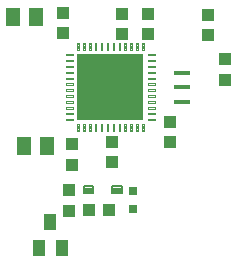
<source format=gbr>
G04 EAGLE Gerber RS-274X export*
G75*
%MOMM*%
%FSLAX34Y34*%
%LPD*%
%INSolderpaste Bottom*%
%IPPOS*%
%AMOC8*
5,1,8,0,0,1.08239X$1,22.5*%
G01*
%ADD10R,1.000000X1.100000*%
%ADD11C,0.124994*%
%ADD12R,5.699988X5.699988*%
%ADD13R,1.399997X0.400000*%
%ADD14R,1.100000X1.000000*%
%ADD15R,1.300000X1.500000*%
%ADD16R,1.000000X1.400000*%
%ADD17C,0.200000*%
%ADD18R,0.800000X0.800000*%


D10*
X442940Y369619D03*
X442940Y352619D03*
D11*
X377827Y373077D02*
X377827Y374327D01*
X383577Y374327D01*
X383577Y373077D01*
X377827Y373077D01*
X377827Y374264D02*
X383577Y374264D01*
X377827Y369327D02*
X377827Y368077D01*
X377827Y369327D02*
X383577Y369327D01*
X383577Y368077D01*
X377827Y368077D01*
X377827Y369264D02*
X383577Y369264D01*
X377827Y364327D02*
X377827Y363077D01*
X377827Y364327D02*
X383577Y364327D01*
X383577Y363077D01*
X377827Y363077D01*
X377827Y364264D02*
X383577Y364264D01*
X377827Y359327D02*
X377827Y358077D01*
X377827Y359327D02*
X383577Y359327D01*
X383577Y358077D01*
X377827Y358077D01*
X377827Y359264D02*
X383577Y359264D01*
X377827Y354327D02*
X377827Y353077D01*
X377827Y354327D02*
X383577Y354327D01*
X383577Y353077D01*
X377827Y353077D01*
X377827Y354264D02*
X383577Y354264D01*
X377827Y349327D02*
X377827Y348077D01*
X377827Y349327D02*
X383577Y349327D01*
X383577Y348077D01*
X377827Y348077D01*
X377827Y349264D02*
X383577Y349264D01*
X377827Y344327D02*
X377827Y343077D01*
X377827Y344327D02*
X383577Y344327D01*
X383577Y343077D01*
X377827Y343077D01*
X377827Y344264D02*
X383577Y344264D01*
X377827Y339327D02*
X377827Y338077D01*
X377827Y339327D02*
X383577Y339327D01*
X383577Y338077D01*
X377827Y338077D01*
X377827Y339264D02*
X383577Y339264D01*
X377827Y334327D02*
X377827Y333077D01*
X377827Y334327D02*
X383577Y334327D01*
X383577Y333077D01*
X377827Y333077D01*
X377827Y334264D02*
X383577Y334264D01*
X377827Y329327D02*
X377827Y328077D01*
X377827Y329327D02*
X383577Y329327D01*
X383577Y328077D01*
X377827Y328077D01*
X377827Y329264D02*
X383577Y329264D01*
X377827Y324327D02*
X377827Y323077D01*
X377827Y324327D02*
X383577Y324327D01*
X383577Y323077D01*
X377827Y323077D01*
X377827Y324264D02*
X383577Y324264D01*
X377827Y319327D02*
X377827Y318077D01*
X377827Y319327D02*
X383577Y319327D01*
X383577Y318077D01*
X377827Y318077D01*
X377827Y319264D02*
X383577Y319264D01*
X374327Y314577D02*
X373077Y314577D01*
X374327Y314577D02*
X374327Y308827D01*
X373077Y308827D01*
X373077Y314577D01*
X373077Y310014D02*
X374327Y310014D01*
X374327Y311201D02*
X373077Y311201D01*
X373077Y312388D02*
X374327Y312388D01*
X374327Y313575D02*
X373077Y313575D01*
X369327Y314577D02*
X368077Y314577D01*
X369327Y314577D02*
X369327Y308827D01*
X368077Y308827D01*
X368077Y314577D01*
X368077Y310014D02*
X369327Y310014D01*
X369327Y311201D02*
X368077Y311201D01*
X368077Y312388D02*
X369327Y312388D01*
X369327Y313575D02*
X368077Y313575D01*
X364327Y314577D02*
X363077Y314577D01*
X364327Y314577D02*
X364327Y308827D01*
X363077Y308827D01*
X363077Y314577D01*
X363077Y310014D02*
X364327Y310014D01*
X364327Y311201D02*
X363077Y311201D01*
X363077Y312388D02*
X364327Y312388D01*
X364327Y313575D02*
X363077Y313575D01*
X359327Y314577D02*
X358077Y314577D01*
X359327Y314577D02*
X359327Y308827D01*
X358077Y308827D01*
X358077Y314577D01*
X358077Y310014D02*
X359327Y310014D01*
X359327Y311201D02*
X358077Y311201D01*
X358077Y312388D02*
X359327Y312388D01*
X359327Y313575D02*
X358077Y313575D01*
X354327Y314577D02*
X353077Y314577D01*
X354327Y314577D02*
X354327Y308827D01*
X353077Y308827D01*
X353077Y314577D01*
X353077Y310014D02*
X354327Y310014D01*
X354327Y311201D02*
X353077Y311201D01*
X353077Y312388D02*
X354327Y312388D01*
X354327Y313575D02*
X353077Y313575D01*
X349327Y314577D02*
X348077Y314577D01*
X349327Y314577D02*
X349327Y308827D01*
X348077Y308827D01*
X348077Y314577D01*
X348077Y310014D02*
X349327Y310014D01*
X349327Y311201D02*
X348077Y311201D01*
X348077Y312388D02*
X349327Y312388D01*
X349327Y313575D02*
X348077Y313575D01*
X344327Y314577D02*
X343077Y314577D01*
X344327Y314577D02*
X344327Y308827D01*
X343077Y308827D01*
X343077Y314577D01*
X343077Y310014D02*
X344327Y310014D01*
X344327Y311201D02*
X343077Y311201D01*
X343077Y312388D02*
X344327Y312388D01*
X344327Y313575D02*
X343077Y313575D01*
X339327Y314577D02*
X338077Y314577D01*
X339327Y314577D02*
X339327Y308827D01*
X338077Y308827D01*
X338077Y314577D01*
X338077Y310014D02*
X339327Y310014D01*
X339327Y311201D02*
X338077Y311201D01*
X338077Y312388D02*
X339327Y312388D01*
X339327Y313575D02*
X338077Y313575D01*
X334327Y314577D02*
X333077Y314577D01*
X334327Y314577D02*
X334327Y308827D01*
X333077Y308827D01*
X333077Y314577D01*
X333077Y310014D02*
X334327Y310014D01*
X334327Y311201D02*
X333077Y311201D01*
X333077Y312388D02*
X334327Y312388D01*
X334327Y313575D02*
X333077Y313575D01*
X329327Y314577D02*
X328077Y314577D01*
X329327Y314577D02*
X329327Y308827D01*
X328077Y308827D01*
X328077Y314577D01*
X328077Y310014D02*
X329327Y310014D01*
X329327Y311201D02*
X328077Y311201D01*
X328077Y312388D02*
X329327Y312388D01*
X329327Y313575D02*
X328077Y313575D01*
X324327Y314577D02*
X323077Y314577D01*
X324327Y314577D02*
X324327Y308827D01*
X323077Y308827D01*
X323077Y314577D01*
X323077Y310014D02*
X324327Y310014D01*
X324327Y311201D02*
X323077Y311201D01*
X323077Y312388D02*
X324327Y312388D01*
X324327Y313575D02*
X323077Y313575D01*
X319327Y314577D02*
X318077Y314577D01*
X319327Y314577D02*
X319327Y308827D01*
X318077Y308827D01*
X318077Y314577D01*
X318077Y310014D02*
X319327Y310014D01*
X319327Y311201D02*
X318077Y311201D01*
X318077Y312388D02*
X319327Y312388D01*
X319327Y313575D02*
X318077Y313575D01*
X314577Y318077D02*
X314577Y319327D01*
X314577Y318077D02*
X308827Y318077D01*
X308827Y319327D01*
X314577Y319327D01*
X314577Y319264D02*
X308827Y319264D01*
X314577Y323077D02*
X314577Y324327D01*
X314577Y323077D02*
X308827Y323077D01*
X308827Y324327D01*
X314577Y324327D01*
X314577Y324264D02*
X308827Y324264D01*
X314577Y328077D02*
X314577Y329327D01*
X314577Y328077D02*
X308827Y328077D01*
X308827Y329327D01*
X314577Y329327D01*
X314577Y329264D02*
X308827Y329264D01*
X314577Y333077D02*
X314577Y334327D01*
X314577Y333077D02*
X308827Y333077D01*
X308827Y334327D01*
X314577Y334327D01*
X314577Y334264D02*
X308827Y334264D01*
X314577Y338077D02*
X314577Y339327D01*
X314577Y338077D02*
X308827Y338077D01*
X308827Y339327D01*
X314577Y339327D01*
X314577Y339264D02*
X308827Y339264D01*
X314577Y343077D02*
X314577Y344327D01*
X314577Y343077D02*
X308827Y343077D01*
X308827Y344327D01*
X314577Y344327D01*
X314577Y344264D02*
X308827Y344264D01*
X314577Y348077D02*
X314577Y349327D01*
X314577Y348077D02*
X308827Y348077D01*
X308827Y349327D01*
X314577Y349327D01*
X314577Y349264D02*
X308827Y349264D01*
X314577Y353077D02*
X314577Y354327D01*
X314577Y353077D02*
X308827Y353077D01*
X308827Y354327D01*
X314577Y354327D01*
X314577Y354264D02*
X308827Y354264D01*
X314577Y358077D02*
X314577Y359327D01*
X314577Y358077D02*
X308827Y358077D01*
X308827Y359327D01*
X314577Y359327D01*
X314577Y359264D02*
X308827Y359264D01*
X314577Y363077D02*
X314577Y364327D01*
X314577Y363077D02*
X308827Y363077D01*
X308827Y364327D01*
X314577Y364327D01*
X314577Y364264D02*
X308827Y364264D01*
X314577Y368077D02*
X314577Y369327D01*
X314577Y368077D02*
X308827Y368077D01*
X308827Y369327D01*
X314577Y369327D01*
X314577Y369264D02*
X308827Y369264D01*
X314577Y373077D02*
X314577Y374327D01*
X314577Y373077D02*
X308827Y373077D01*
X308827Y374327D01*
X314577Y374327D01*
X314577Y374264D02*
X308827Y374264D01*
X318077Y377827D02*
X319327Y377827D01*
X318077Y377827D02*
X318077Y383577D01*
X319327Y383577D01*
X319327Y377827D01*
X319327Y379014D02*
X318077Y379014D01*
X318077Y380201D02*
X319327Y380201D01*
X319327Y381388D02*
X318077Y381388D01*
X318077Y382575D02*
X319327Y382575D01*
X323077Y377827D02*
X324327Y377827D01*
X323077Y377827D02*
X323077Y383577D01*
X324327Y383577D01*
X324327Y377827D01*
X324327Y379014D02*
X323077Y379014D01*
X323077Y380201D02*
X324327Y380201D01*
X324327Y381388D02*
X323077Y381388D01*
X323077Y382575D02*
X324327Y382575D01*
X328077Y377827D02*
X329327Y377827D01*
X328077Y377827D02*
X328077Y383577D01*
X329327Y383577D01*
X329327Y377827D01*
X329327Y379014D02*
X328077Y379014D01*
X328077Y380201D02*
X329327Y380201D01*
X329327Y381388D02*
X328077Y381388D01*
X328077Y382575D02*
X329327Y382575D01*
X333077Y377827D02*
X334327Y377827D01*
X333077Y377827D02*
X333077Y383577D01*
X334327Y383577D01*
X334327Y377827D01*
X334327Y379014D02*
X333077Y379014D01*
X333077Y380201D02*
X334327Y380201D01*
X334327Y381388D02*
X333077Y381388D01*
X333077Y382575D02*
X334327Y382575D01*
X338077Y377827D02*
X339327Y377827D01*
X338077Y377827D02*
X338077Y383577D01*
X339327Y383577D01*
X339327Y377827D01*
X339327Y379014D02*
X338077Y379014D01*
X338077Y380201D02*
X339327Y380201D01*
X339327Y381388D02*
X338077Y381388D01*
X338077Y382575D02*
X339327Y382575D01*
X343077Y377827D02*
X344327Y377827D01*
X343077Y377827D02*
X343077Y383577D01*
X344327Y383577D01*
X344327Y377827D01*
X344327Y379014D02*
X343077Y379014D01*
X343077Y380201D02*
X344327Y380201D01*
X344327Y381388D02*
X343077Y381388D01*
X343077Y382575D02*
X344327Y382575D01*
X348077Y377827D02*
X349327Y377827D01*
X348077Y377827D02*
X348077Y383577D01*
X349327Y383577D01*
X349327Y377827D01*
X349327Y379014D02*
X348077Y379014D01*
X348077Y380201D02*
X349327Y380201D01*
X349327Y381388D02*
X348077Y381388D01*
X348077Y382575D02*
X349327Y382575D01*
X353077Y377827D02*
X354327Y377827D01*
X353077Y377827D02*
X353077Y383577D01*
X354327Y383577D01*
X354327Y377827D01*
X354327Y379014D02*
X353077Y379014D01*
X353077Y380201D02*
X354327Y380201D01*
X354327Y381388D02*
X353077Y381388D01*
X353077Y382575D02*
X354327Y382575D01*
X358077Y377827D02*
X359327Y377827D01*
X358077Y377827D02*
X358077Y383577D01*
X359327Y383577D01*
X359327Y377827D01*
X359327Y379014D02*
X358077Y379014D01*
X358077Y380201D02*
X359327Y380201D01*
X359327Y381388D02*
X358077Y381388D01*
X358077Y382575D02*
X359327Y382575D01*
X363077Y377827D02*
X364327Y377827D01*
X363077Y377827D02*
X363077Y383577D01*
X364327Y383577D01*
X364327Y377827D01*
X364327Y379014D02*
X363077Y379014D01*
X363077Y380201D02*
X364327Y380201D01*
X364327Y381388D02*
X363077Y381388D01*
X363077Y382575D02*
X364327Y382575D01*
X368077Y377827D02*
X369327Y377827D01*
X368077Y377827D02*
X368077Y383577D01*
X369327Y383577D01*
X369327Y377827D01*
X369327Y379014D02*
X368077Y379014D01*
X368077Y380201D02*
X369327Y380201D01*
X369327Y381388D02*
X368077Y381388D01*
X368077Y382575D02*
X369327Y382575D01*
X373077Y377827D02*
X374327Y377827D01*
X373077Y377827D02*
X373077Y383577D01*
X374327Y383577D01*
X374327Y377827D01*
X374327Y379014D02*
X373077Y379014D01*
X373077Y380201D02*
X374327Y380201D01*
X374327Y381388D02*
X373077Y381388D01*
X373077Y382575D02*
X374327Y382575D01*
D12*
X346202Y346202D03*
D13*
X406875Y357930D03*
X406875Y345930D03*
X406875Y333930D03*
D14*
X355910Y408162D03*
X355910Y391162D03*
D15*
X273212Y296738D03*
X292212Y296738D03*
X282941Y405953D03*
X263941Y405953D03*
D10*
X396644Y316686D03*
X396644Y299686D03*
X377693Y391314D03*
X377693Y408314D03*
X305636Y392355D03*
X305636Y409355D03*
X313467Y297664D03*
X313467Y280664D03*
X428384Y407521D03*
X428384Y390521D03*
D16*
X295402Y231599D03*
X285902Y209599D03*
X304902Y209599D03*
D14*
X347078Y299381D03*
X347078Y282381D03*
X310769Y241715D03*
X310769Y258715D03*
D17*
X323598Y256499D02*
X331598Y256499D01*
X323598Y256499D02*
X323598Y262499D01*
X331598Y262499D01*
X331598Y256499D01*
X331598Y258399D02*
X323598Y258399D01*
X323598Y260299D02*
X331598Y260299D01*
X331598Y262199D02*
X323598Y262199D01*
X347598Y256499D02*
X355598Y256499D01*
X347598Y256499D02*
X347598Y262499D01*
X355598Y262499D01*
X355598Y256499D01*
X355598Y258399D02*
X347598Y258399D01*
X347598Y260299D02*
X355598Y260299D01*
X355598Y262199D02*
X347598Y262199D01*
D10*
X327898Y241833D03*
X344898Y241833D03*
D18*
X365379Y258363D03*
X365379Y243363D03*
M02*

</source>
